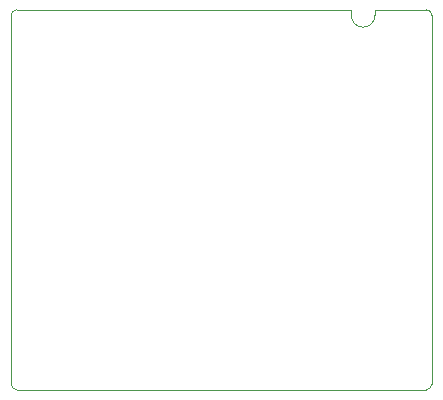
<source format=gbr>
%TF.GenerationSoftware,KiCad,Pcbnew,7.0.10*%
%TF.CreationDate,2025-10-01T21:30:06+02:00*%
%TF.ProjectId,PS2_Debug_Probe,5053325f-4465-4627-9567-5f50726f6265,rev?*%
%TF.SameCoordinates,Original*%
%TF.FileFunction,Profile,NP*%
%FSLAX46Y46*%
G04 Gerber Fmt 4.6, Leading zero omitted, Abs format (unit mm)*
G04 Created by KiCad (PCBNEW 7.0.10) date 2025-10-01 21:30:06*
%MOMM*%
%LPD*%
G01*
G04 APERTURE LIST*
%TA.AperFunction,Profile*%
%ADD10C,0.100000*%
%TD*%
G04 APERTURE END LIST*
D10*
X153000000Y-77900000D02*
X153000000Y-78400000D01*
X153000000Y-77900000D02*
X124700000Y-77900000D01*
X154000000Y-79400000D02*
G75*
G03*
X155000000Y-78400000I0J1000000D01*
G01*
X124200000Y-78400000D02*
X124200000Y-109600000D01*
X124200000Y-109600000D02*
G75*
G03*
X124700000Y-110100000I500000J0D01*
G01*
X159325000Y-77900000D02*
X155000000Y-77900000D01*
X153000000Y-78400000D02*
G75*
G03*
X154000000Y-79400000I1000000J0D01*
G01*
X159325000Y-110100000D02*
X124700000Y-110100000D01*
X159825000Y-78400000D02*
X159825000Y-109600000D01*
X155000000Y-77900000D02*
X155000000Y-78400000D01*
X124700000Y-77900000D02*
G75*
G03*
X124200000Y-78400000I0J-500000D01*
G01*
X159325000Y-110100000D02*
G75*
G03*
X159825000Y-109600000I0J500000D01*
G01*
X159825000Y-78400000D02*
G75*
G03*
X159325000Y-77900000I-500000J0D01*
G01*
M02*

</source>
